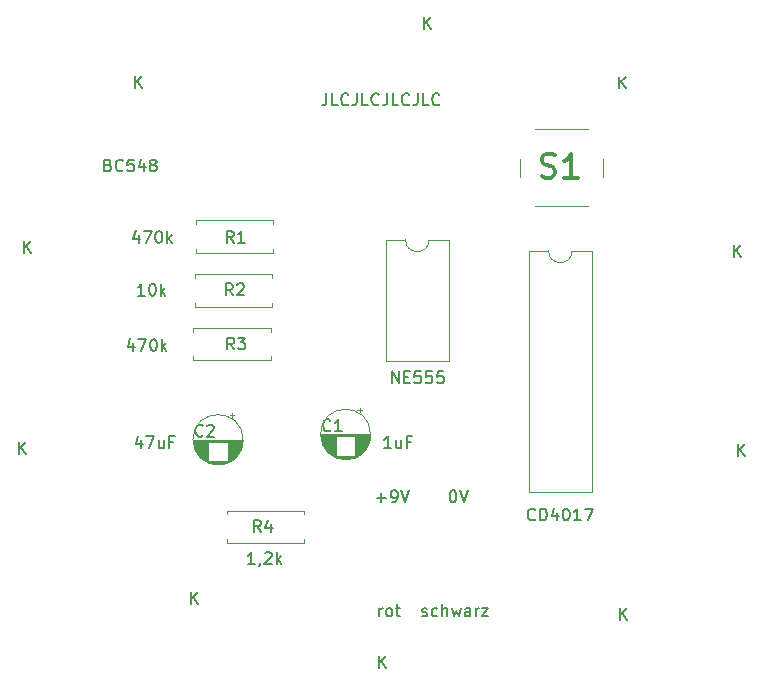
<source format=gbr>
%TF.GenerationSoftware,KiCad,Pcbnew,7.0.8*%
%TF.CreationDate,2024-08-08T21:44:56+02:00*%
%TF.ProjectId,Lucky_Wheel,4c75636b-795f-4576-9865-656c2e6b6963,rev?*%
%TF.SameCoordinates,Original*%
%TF.FileFunction,Legend,Top*%
%TF.FilePolarity,Positive*%
%FSLAX46Y46*%
G04 Gerber Fmt 4.6, Leading zero omitted, Abs format (unit mm)*
G04 Created by KiCad (PCBNEW 7.0.8) date 2024-08-08 21:44:56*
%MOMM*%
%LPD*%
G01*
G04 APERTURE LIST*
%ADD10C,0.150000*%
%ADD11C,0.300000*%
%ADD12C,0.120000*%
G04 APERTURE END LIST*
D10*
X67852493Y-52969819D02*
X67852493Y-53684104D01*
X67852493Y-53684104D02*
X67804874Y-53826961D01*
X67804874Y-53826961D02*
X67709636Y-53922200D01*
X67709636Y-53922200D02*
X67566779Y-53969819D01*
X67566779Y-53969819D02*
X67471541Y-53969819D01*
X68804874Y-53969819D02*
X68328684Y-53969819D01*
X68328684Y-53969819D02*
X68328684Y-52969819D01*
X69709636Y-53874580D02*
X69662017Y-53922200D01*
X69662017Y-53922200D02*
X69519160Y-53969819D01*
X69519160Y-53969819D02*
X69423922Y-53969819D01*
X69423922Y-53969819D02*
X69281065Y-53922200D01*
X69281065Y-53922200D02*
X69185827Y-53826961D01*
X69185827Y-53826961D02*
X69138208Y-53731723D01*
X69138208Y-53731723D02*
X69090589Y-53541247D01*
X69090589Y-53541247D02*
X69090589Y-53398390D01*
X69090589Y-53398390D02*
X69138208Y-53207914D01*
X69138208Y-53207914D02*
X69185827Y-53112676D01*
X69185827Y-53112676D02*
X69281065Y-53017438D01*
X69281065Y-53017438D02*
X69423922Y-52969819D01*
X69423922Y-52969819D02*
X69519160Y-52969819D01*
X69519160Y-52969819D02*
X69662017Y-53017438D01*
X69662017Y-53017438D02*
X69709636Y-53065057D01*
X70423922Y-52969819D02*
X70423922Y-53684104D01*
X70423922Y-53684104D02*
X70376303Y-53826961D01*
X70376303Y-53826961D02*
X70281065Y-53922200D01*
X70281065Y-53922200D02*
X70138208Y-53969819D01*
X70138208Y-53969819D02*
X70042970Y-53969819D01*
X71376303Y-53969819D02*
X70900113Y-53969819D01*
X70900113Y-53969819D02*
X70900113Y-52969819D01*
X72281065Y-53874580D02*
X72233446Y-53922200D01*
X72233446Y-53922200D02*
X72090589Y-53969819D01*
X72090589Y-53969819D02*
X71995351Y-53969819D01*
X71995351Y-53969819D02*
X71852494Y-53922200D01*
X71852494Y-53922200D02*
X71757256Y-53826961D01*
X71757256Y-53826961D02*
X71709637Y-53731723D01*
X71709637Y-53731723D02*
X71662018Y-53541247D01*
X71662018Y-53541247D02*
X71662018Y-53398390D01*
X71662018Y-53398390D02*
X71709637Y-53207914D01*
X71709637Y-53207914D02*
X71757256Y-53112676D01*
X71757256Y-53112676D02*
X71852494Y-53017438D01*
X71852494Y-53017438D02*
X71995351Y-52969819D01*
X71995351Y-52969819D02*
X72090589Y-52969819D01*
X72090589Y-52969819D02*
X72233446Y-53017438D01*
X72233446Y-53017438D02*
X72281065Y-53065057D01*
X72995351Y-52969819D02*
X72995351Y-53684104D01*
X72995351Y-53684104D02*
X72947732Y-53826961D01*
X72947732Y-53826961D02*
X72852494Y-53922200D01*
X72852494Y-53922200D02*
X72709637Y-53969819D01*
X72709637Y-53969819D02*
X72614399Y-53969819D01*
X73947732Y-53969819D02*
X73471542Y-53969819D01*
X73471542Y-53969819D02*
X73471542Y-52969819D01*
X74852494Y-53874580D02*
X74804875Y-53922200D01*
X74804875Y-53922200D02*
X74662018Y-53969819D01*
X74662018Y-53969819D02*
X74566780Y-53969819D01*
X74566780Y-53969819D02*
X74423923Y-53922200D01*
X74423923Y-53922200D02*
X74328685Y-53826961D01*
X74328685Y-53826961D02*
X74281066Y-53731723D01*
X74281066Y-53731723D02*
X74233447Y-53541247D01*
X74233447Y-53541247D02*
X74233447Y-53398390D01*
X74233447Y-53398390D02*
X74281066Y-53207914D01*
X74281066Y-53207914D02*
X74328685Y-53112676D01*
X74328685Y-53112676D02*
X74423923Y-53017438D01*
X74423923Y-53017438D02*
X74566780Y-52969819D01*
X74566780Y-52969819D02*
X74662018Y-52969819D01*
X74662018Y-52969819D02*
X74804875Y-53017438D01*
X74804875Y-53017438D02*
X74852494Y-53065057D01*
X75566780Y-52969819D02*
X75566780Y-53684104D01*
X75566780Y-53684104D02*
X75519161Y-53826961D01*
X75519161Y-53826961D02*
X75423923Y-53922200D01*
X75423923Y-53922200D02*
X75281066Y-53969819D01*
X75281066Y-53969819D02*
X75185828Y-53969819D01*
X76519161Y-53969819D02*
X76042971Y-53969819D01*
X76042971Y-53969819D02*
X76042971Y-52969819D01*
X77423923Y-53874580D02*
X77376304Y-53922200D01*
X77376304Y-53922200D02*
X77233447Y-53969819D01*
X77233447Y-53969819D02*
X77138209Y-53969819D01*
X77138209Y-53969819D02*
X76995352Y-53922200D01*
X76995352Y-53922200D02*
X76900114Y-53826961D01*
X76900114Y-53826961D02*
X76852495Y-53731723D01*
X76852495Y-53731723D02*
X76804876Y-53541247D01*
X76804876Y-53541247D02*
X76804876Y-53398390D01*
X76804876Y-53398390D02*
X76852495Y-53207914D01*
X76852495Y-53207914D02*
X76900114Y-53112676D01*
X76900114Y-53112676D02*
X76995352Y-53017438D01*
X76995352Y-53017438D02*
X77138209Y-52969819D01*
X77138209Y-52969819D02*
X77233447Y-52969819D01*
X77233447Y-52969819D02*
X77376304Y-53017438D01*
X77376304Y-53017438D02*
X77423923Y-53065057D01*
X51658095Y-52494819D02*
X51658095Y-51494819D01*
X52229523Y-52494819D02*
X51800952Y-51923390D01*
X52229523Y-51494819D02*
X51658095Y-52066247D01*
X72333095Y-101594819D02*
X72333095Y-100594819D01*
X72904523Y-101594819D02*
X72475952Y-101023390D01*
X72904523Y-100594819D02*
X72333095Y-101166247D01*
X92658095Y-52544819D02*
X92658095Y-51544819D01*
X93229523Y-52544819D02*
X92800952Y-51973390D01*
X93229523Y-51544819D02*
X92658095Y-52116247D01*
X75954285Y-97181200D02*
X76049523Y-97228819D01*
X76049523Y-97228819D02*
X76239999Y-97228819D01*
X76239999Y-97228819D02*
X76335237Y-97181200D01*
X76335237Y-97181200D02*
X76382856Y-97085961D01*
X76382856Y-97085961D02*
X76382856Y-97038342D01*
X76382856Y-97038342D02*
X76335237Y-96943104D01*
X76335237Y-96943104D02*
X76239999Y-96895485D01*
X76239999Y-96895485D02*
X76097142Y-96895485D01*
X76097142Y-96895485D02*
X76001904Y-96847866D01*
X76001904Y-96847866D02*
X75954285Y-96752628D01*
X75954285Y-96752628D02*
X75954285Y-96705009D01*
X75954285Y-96705009D02*
X76001904Y-96609771D01*
X76001904Y-96609771D02*
X76097142Y-96562152D01*
X76097142Y-96562152D02*
X76239999Y-96562152D01*
X76239999Y-96562152D02*
X76335237Y-96609771D01*
X77239999Y-97181200D02*
X77144761Y-97228819D01*
X77144761Y-97228819D02*
X76954285Y-97228819D01*
X76954285Y-97228819D02*
X76859047Y-97181200D01*
X76859047Y-97181200D02*
X76811428Y-97133580D01*
X76811428Y-97133580D02*
X76763809Y-97038342D01*
X76763809Y-97038342D02*
X76763809Y-96752628D01*
X76763809Y-96752628D02*
X76811428Y-96657390D01*
X76811428Y-96657390D02*
X76859047Y-96609771D01*
X76859047Y-96609771D02*
X76954285Y-96562152D01*
X76954285Y-96562152D02*
X77144761Y-96562152D01*
X77144761Y-96562152D02*
X77239999Y-96609771D01*
X77668571Y-97228819D02*
X77668571Y-96228819D01*
X78097142Y-97228819D02*
X78097142Y-96705009D01*
X78097142Y-96705009D02*
X78049523Y-96609771D01*
X78049523Y-96609771D02*
X77954285Y-96562152D01*
X77954285Y-96562152D02*
X77811428Y-96562152D01*
X77811428Y-96562152D02*
X77716190Y-96609771D01*
X77716190Y-96609771D02*
X77668571Y-96657390D01*
X78478095Y-96562152D02*
X78668571Y-97228819D01*
X78668571Y-97228819D02*
X78859047Y-96752628D01*
X78859047Y-96752628D02*
X79049523Y-97228819D01*
X79049523Y-97228819D02*
X79239999Y-96562152D01*
X80049523Y-97228819D02*
X80049523Y-96705009D01*
X80049523Y-96705009D02*
X80001904Y-96609771D01*
X80001904Y-96609771D02*
X79906666Y-96562152D01*
X79906666Y-96562152D02*
X79716190Y-96562152D01*
X79716190Y-96562152D02*
X79620952Y-96609771D01*
X80049523Y-97181200D02*
X79954285Y-97228819D01*
X79954285Y-97228819D02*
X79716190Y-97228819D01*
X79716190Y-97228819D02*
X79620952Y-97181200D01*
X79620952Y-97181200D02*
X79573333Y-97085961D01*
X79573333Y-97085961D02*
X79573333Y-96990723D01*
X79573333Y-96990723D02*
X79620952Y-96895485D01*
X79620952Y-96895485D02*
X79716190Y-96847866D01*
X79716190Y-96847866D02*
X79954285Y-96847866D01*
X79954285Y-96847866D02*
X80049523Y-96800247D01*
X80525714Y-97228819D02*
X80525714Y-96562152D01*
X80525714Y-96752628D02*
X80573333Y-96657390D01*
X80573333Y-96657390D02*
X80620952Y-96609771D01*
X80620952Y-96609771D02*
X80716190Y-96562152D01*
X80716190Y-96562152D02*
X80811428Y-96562152D01*
X81049524Y-96562152D02*
X81573333Y-96562152D01*
X81573333Y-96562152D02*
X81049524Y-97228819D01*
X81049524Y-97228819D02*
X81573333Y-97228819D01*
X41833095Y-83519819D02*
X41833095Y-82519819D01*
X42404523Y-83519819D02*
X41975952Y-82948390D01*
X42404523Y-82519819D02*
X41833095Y-83091247D01*
X72342476Y-97228819D02*
X72342476Y-96562152D01*
X72342476Y-96752628D02*
X72390095Y-96657390D01*
X72390095Y-96657390D02*
X72437714Y-96609771D01*
X72437714Y-96609771D02*
X72532952Y-96562152D01*
X72532952Y-96562152D02*
X72628190Y-96562152D01*
X73104381Y-97228819D02*
X73009143Y-97181200D01*
X73009143Y-97181200D02*
X72961524Y-97133580D01*
X72961524Y-97133580D02*
X72913905Y-97038342D01*
X72913905Y-97038342D02*
X72913905Y-96752628D01*
X72913905Y-96752628D02*
X72961524Y-96657390D01*
X72961524Y-96657390D02*
X73009143Y-96609771D01*
X73009143Y-96609771D02*
X73104381Y-96562152D01*
X73104381Y-96562152D02*
X73247238Y-96562152D01*
X73247238Y-96562152D02*
X73342476Y-96609771D01*
X73342476Y-96609771D02*
X73390095Y-96657390D01*
X73390095Y-96657390D02*
X73437714Y-96752628D01*
X73437714Y-96752628D02*
X73437714Y-97038342D01*
X73437714Y-97038342D02*
X73390095Y-97133580D01*
X73390095Y-97133580D02*
X73342476Y-97181200D01*
X73342476Y-97181200D02*
X73247238Y-97228819D01*
X73247238Y-97228819D02*
X73104381Y-97228819D01*
X73723429Y-96562152D02*
X74104381Y-96562152D01*
X73866286Y-96228819D02*
X73866286Y-97085961D01*
X73866286Y-97085961D02*
X73913905Y-97181200D01*
X73913905Y-97181200D02*
X74009143Y-97228819D01*
X74009143Y-97228819D02*
X74104381Y-97228819D01*
X92708095Y-97519819D02*
X92708095Y-96519819D01*
X93279523Y-97519819D02*
X92850952Y-96948390D01*
X93279523Y-96519819D02*
X92708095Y-97091247D01*
X102683095Y-83644819D02*
X102683095Y-82644819D01*
X103254523Y-83644819D02*
X102825952Y-83073390D01*
X103254523Y-82644819D02*
X102683095Y-83216247D01*
X76113095Y-47479819D02*
X76113095Y-46479819D01*
X76684523Y-47479819D02*
X76255952Y-46908390D01*
X76684523Y-46479819D02*
X76113095Y-47051247D01*
X42283095Y-66444819D02*
X42283095Y-65444819D01*
X42854523Y-66444819D02*
X42425952Y-65873390D01*
X42854523Y-65444819D02*
X42283095Y-66016247D01*
X49380112Y-59036009D02*
X49522969Y-59083628D01*
X49522969Y-59083628D02*
X49570588Y-59131247D01*
X49570588Y-59131247D02*
X49618207Y-59226485D01*
X49618207Y-59226485D02*
X49618207Y-59369342D01*
X49618207Y-59369342D02*
X49570588Y-59464580D01*
X49570588Y-59464580D02*
X49522969Y-59512200D01*
X49522969Y-59512200D02*
X49427731Y-59559819D01*
X49427731Y-59559819D02*
X49046779Y-59559819D01*
X49046779Y-59559819D02*
X49046779Y-58559819D01*
X49046779Y-58559819D02*
X49380112Y-58559819D01*
X49380112Y-58559819D02*
X49475350Y-58607438D01*
X49475350Y-58607438D02*
X49522969Y-58655057D01*
X49522969Y-58655057D02*
X49570588Y-58750295D01*
X49570588Y-58750295D02*
X49570588Y-58845533D01*
X49570588Y-58845533D02*
X49522969Y-58940771D01*
X49522969Y-58940771D02*
X49475350Y-58988390D01*
X49475350Y-58988390D02*
X49380112Y-59036009D01*
X49380112Y-59036009D02*
X49046779Y-59036009D01*
X50618207Y-59464580D02*
X50570588Y-59512200D01*
X50570588Y-59512200D02*
X50427731Y-59559819D01*
X50427731Y-59559819D02*
X50332493Y-59559819D01*
X50332493Y-59559819D02*
X50189636Y-59512200D01*
X50189636Y-59512200D02*
X50094398Y-59416961D01*
X50094398Y-59416961D02*
X50046779Y-59321723D01*
X50046779Y-59321723D02*
X49999160Y-59131247D01*
X49999160Y-59131247D02*
X49999160Y-58988390D01*
X49999160Y-58988390D02*
X50046779Y-58797914D01*
X50046779Y-58797914D02*
X50094398Y-58702676D01*
X50094398Y-58702676D02*
X50189636Y-58607438D01*
X50189636Y-58607438D02*
X50332493Y-58559819D01*
X50332493Y-58559819D02*
X50427731Y-58559819D01*
X50427731Y-58559819D02*
X50570588Y-58607438D01*
X50570588Y-58607438D02*
X50618207Y-58655057D01*
X51522969Y-58559819D02*
X51046779Y-58559819D01*
X51046779Y-58559819D02*
X50999160Y-59036009D01*
X50999160Y-59036009D02*
X51046779Y-58988390D01*
X51046779Y-58988390D02*
X51142017Y-58940771D01*
X51142017Y-58940771D02*
X51380112Y-58940771D01*
X51380112Y-58940771D02*
X51475350Y-58988390D01*
X51475350Y-58988390D02*
X51522969Y-59036009D01*
X51522969Y-59036009D02*
X51570588Y-59131247D01*
X51570588Y-59131247D02*
X51570588Y-59369342D01*
X51570588Y-59369342D02*
X51522969Y-59464580D01*
X51522969Y-59464580D02*
X51475350Y-59512200D01*
X51475350Y-59512200D02*
X51380112Y-59559819D01*
X51380112Y-59559819D02*
X51142017Y-59559819D01*
X51142017Y-59559819D02*
X51046779Y-59512200D01*
X51046779Y-59512200D02*
X50999160Y-59464580D01*
X52427731Y-58893152D02*
X52427731Y-59559819D01*
X52189636Y-58512200D02*
X51951541Y-59226485D01*
X51951541Y-59226485D02*
X52570588Y-59226485D01*
X53094398Y-58988390D02*
X52999160Y-58940771D01*
X52999160Y-58940771D02*
X52951541Y-58893152D01*
X52951541Y-58893152D02*
X52903922Y-58797914D01*
X52903922Y-58797914D02*
X52903922Y-58750295D01*
X52903922Y-58750295D02*
X52951541Y-58655057D01*
X52951541Y-58655057D02*
X52999160Y-58607438D01*
X52999160Y-58607438D02*
X53094398Y-58559819D01*
X53094398Y-58559819D02*
X53284874Y-58559819D01*
X53284874Y-58559819D02*
X53380112Y-58607438D01*
X53380112Y-58607438D02*
X53427731Y-58655057D01*
X53427731Y-58655057D02*
X53475350Y-58750295D01*
X53475350Y-58750295D02*
X53475350Y-58797914D01*
X53475350Y-58797914D02*
X53427731Y-58893152D01*
X53427731Y-58893152D02*
X53380112Y-58940771D01*
X53380112Y-58940771D02*
X53284874Y-58988390D01*
X53284874Y-58988390D02*
X53094398Y-58988390D01*
X53094398Y-58988390D02*
X52999160Y-59036009D01*
X52999160Y-59036009D02*
X52951541Y-59083628D01*
X52951541Y-59083628D02*
X52903922Y-59178866D01*
X52903922Y-59178866D02*
X52903922Y-59369342D01*
X52903922Y-59369342D02*
X52951541Y-59464580D01*
X52951541Y-59464580D02*
X52999160Y-59512200D01*
X52999160Y-59512200D02*
X53094398Y-59559819D01*
X53094398Y-59559819D02*
X53284874Y-59559819D01*
X53284874Y-59559819D02*
X53380112Y-59512200D01*
X53380112Y-59512200D02*
X53427731Y-59464580D01*
X53427731Y-59464580D02*
X53475350Y-59369342D01*
X53475350Y-59369342D02*
X53475350Y-59178866D01*
X53475350Y-59178866D02*
X53427731Y-59083628D01*
X53427731Y-59083628D02*
X53380112Y-59036009D01*
X53380112Y-59036009D02*
X53284874Y-58988390D01*
X102358095Y-66794819D02*
X102358095Y-65794819D01*
X102929523Y-66794819D02*
X102500952Y-66223390D01*
X102929523Y-65794819D02*
X102358095Y-66366247D01*
X56408095Y-96169819D02*
X56408095Y-95169819D01*
X56979523Y-96169819D02*
X56550952Y-95598390D01*
X56979523Y-95169819D02*
X56408095Y-95741247D01*
X68183333Y-81469580D02*
X68135714Y-81517200D01*
X68135714Y-81517200D02*
X67992857Y-81564819D01*
X67992857Y-81564819D02*
X67897619Y-81564819D01*
X67897619Y-81564819D02*
X67754762Y-81517200D01*
X67754762Y-81517200D02*
X67659524Y-81421961D01*
X67659524Y-81421961D02*
X67611905Y-81326723D01*
X67611905Y-81326723D02*
X67564286Y-81136247D01*
X67564286Y-81136247D02*
X67564286Y-80993390D01*
X67564286Y-80993390D02*
X67611905Y-80802914D01*
X67611905Y-80802914D02*
X67659524Y-80707676D01*
X67659524Y-80707676D02*
X67754762Y-80612438D01*
X67754762Y-80612438D02*
X67897619Y-80564819D01*
X67897619Y-80564819D02*
X67992857Y-80564819D01*
X67992857Y-80564819D02*
X68135714Y-80612438D01*
X68135714Y-80612438D02*
X68183333Y-80660057D01*
X69135714Y-81564819D02*
X68564286Y-81564819D01*
X68850000Y-81564819D02*
X68850000Y-80564819D01*
X68850000Y-80564819D02*
X68754762Y-80707676D01*
X68754762Y-80707676D02*
X68659524Y-80802914D01*
X68659524Y-80802914D02*
X68564286Y-80850533D01*
X73318761Y-83004819D02*
X72747333Y-83004819D01*
X73033047Y-83004819D02*
X73033047Y-82004819D01*
X73033047Y-82004819D02*
X72937809Y-82147676D01*
X72937809Y-82147676D02*
X72842571Y-82242914D01*
X72842571Y-82242914D02*
X72747333Y-82290533D01*
X74175904Y-82338152D02*
X74175904Y-83004819D01*
X73747333Y-82338152D02*
X73747333Y-82861961D01*
X73747333Y-82861961D02*
X73794952Y-82957200D01*
X73794952Y-82957200D02*
X73890190Y-83004819D01*
X73890190Y-83004819D02*
X74033047Y-83004819D01*
X74033047Y-83004819D02*
X74128285Y-82957200D01*
X74128285Y-82957200D02*
X74175904Y-82909580D01*
X74985428Y-82481009D02*
X74652095Y-82481009D01*
X74652095Y-83004819D02*
X74652095Y-82004819D01*
X74652095Y-82004819D02*
X75128285Y-82004819D01*
X59923333Y-70054819D02*
X59590000Y-69578628D01*
X59351905Y-70054819D02*
X59351905Y-69054819D01*
X59351905Y-69054819D02*
X59732857Y-69054819D01*
X59732857Y-69054819D02*
X59828095Y-69102438D01*
X59828095Y-69102438D02*
X59875714Y-69150057D01*
X59875714Y-69150057D02*
X59923333Y-69245295D01*
X59923333Y-69245295D02*
X59923333Y-69388152D01*
X59923333Y-69388152D02*
X59875714Y-69483390D01*
X59875714Y-69483390D02*
X59828095Y-69531009D01*
X59828095Y-69531009D02*
X59732857Y-69578628D01*
X59732857Y-69578628D02*
X59351905Y-69578628D01*
X60304286Y-69150057D02*
X60351905Y-69102438D01*
X60351905Y-69102438D02*
X60447143Y-69054819D01*
X60447143Y-69054819D02*
X60685238Y-69054819D01*
X60685238Y-69054819D02*
X60780476Y-69102438D01*
X60780476Y-69102438D02*
X60828095Y-69150057D01*
X60828095Y-69150057D02*
X60875714Y-69245295D01*
X60875714Y-69245295D02*
X60875714Y-69340533D01*
X60875714Y-69340533D02*
X60828095Y-69483390D01*
X60828095Y-69483390D02*
X60256667Y-70054819D01*
X60256667Y-70054819D02*
X60875714Y-70054819D01*
X52464761Y-70084819D02*
X51893333Y-70084819D01*
X52179047Y-70084819D02*
X52179047Y-69084819D01*
X52179047Y-69084819D02*
X52083809Y-69227676D01*
X52083809Y-69227676D02*
X51988571Y-69322914D01*
X51988571Y-69322914D02*
X51893333Y-69370533D01*
X53083809Y-69084819D02*
X53179047Y-69084819D01*
X53179047Y-69084819D02*
X53274285Y-69132438D01*
X53274285Y-69132438D02*
X53321904Y-69180057D01*
X53321904Y-69180057D02*
X53369523Y-69275295D01*
X53369523Y-69275295D02*
X53417142Y-69465771D01*
X53417142Y-69465771D02*
X53417142Y-69703866D01*
X53417142Y-69703866D02*
X53369523Y-69894342D01*
X53369523Y-69894342D02*
X53321904Y-69989580D01*
X53321904Y-69989580D02*
X53274285Y-70037200D01*
X53274285Y-70037200D02*
X53179047Y-70084819D01*
X53179047Y-70084819D02*
X53083809Y-70084819D01*
X53083809Y-70084819D02*
X52988571Y-70037200D01*
X52988571Y-70037200D02*
X52940952Y-69989580D01*
X52940952Y-69989580D02*
X52893333Y-69894342D01*
X52893333Y-69894342D02*
X52845714Y-69703866D01*
X52845714Y-69703866D02*
X52845714Y-69465771D01*
X52845714Y-69465771D02*
X52893333Y-69275295D01*
X52893333Y-69275295D02*
X52940952Y-69180057D01*
X52940952Y-69180057D02*
X52988571Y-69132438D01*
X52988571Y-69132438D02*
X53083809Y-69084819D01*
X53845714Y-70084819D02*
X53845714Y-69084819D01*
X53940952Y-69703866D02*
X54226666Y-70084819D01*
X54226666Y-69418152D02*
X53845714Y-69799104D01*
X60043333Y-74634819D02*
X59710000Y-74158628D01*
X59471905Y-74634819D02*
X59471905Y-73634819D01*
X59471905Y-73634819D02*
X59852857Y-73634819D01*
X59852857Y-73634819D02*
X59948095Y-73682438D01*
X59948095Y-73682438D02*
X59995714Y-73730057D01*
X59995714Y-73730057D02*
X60043333Y-73825295D01*
X60043333Y-73825295D02*
X60043333Y-73968152D01*
X60043333Y-73968152D02*
X59995714Y-74063390D01*
X59995714Y-74063390D02*
X59948095Y-74111009D01*
X59948095Y-74111009D02*
X59852857Y-74158628D01*
X59852857Y-74158628D02*
X59471905Y-74158628D01*
X60376667Y-73634819D02*
X60995714Y-73634819D01*
X60995714Y-73634819D02*
X60662381Y-74015771D01*
X60662381Y-74015771D02*
X60805238Y-74015771D01*
X60805238Y-74015771D02*
X60900476Y-74063390D01*
X60900476Y-74063390D02*
X60948095Y-74111009D01*
X60948095Y-74111009D02*
X60995714Y-74206247D01*
X60995714Y-74206247D02*
X60995714Y-74444342D01*
X60995714Y-74444342D02*
X60948095Y-74539580D01*
X60948095Y-74539580D02*
X60900476Y-74587200D01*
X60900476Y-74587200D02*
X60805238Y-74634819D01*
X60805238Y-74634819D02*
X60519524Y-74634819D01*
X60519524Y-74634819D02*
X60424286Y-74587200D01*
X60424286Y-74587200D02*
X60376667Y-74539580D01*
X51493333Y-74088152D02*
X51493333Y-74754819D01*
X51255238Y-73707200D02*
X51017143Y-74421485D01*
X51017143Y-74421485D02*
X51636190Y-74421485D01*
X51921905Y-73754819D02*
X52588571Y-73754819D01*
X52588571Y-73754819D02*
X52160000Y-74754819D01*
X53160000Y-73754819D02*
X53255238Y-73754819D01*
X53255238Y-73754819D02*
X53350476Y-73802438D01*
X53350476Y-73802438D02*
X53398095Y-73850057D01*
X53398095Y-73850057D02*
X53445714Y-73945295D01*
X53445714Y-73945295D02*
X53493333Y-74135771D01*
X53493333Y-74135771D02*
X53493333Y-74373866D01*
X53493333Y-74373866D02*
X53445714Y-74564342D01*
X53445714Y-74564342D02*
X53398095Y-74659580D01*
X53398095Y-74659580D02*
X53350476Y-74707200D01*
X53350476Y-74707200D02*
X53255238Y-74754819D01*
X53255238Y-74754819D02*
X53160000Y-74754819D01*
X53160000Y-74754819D02*
X53064762Y-74707200D01*
X53064762Y-74707200D02*
X53017143Y-74659580D01*
X53017143Y-74659580D02*
X52969524Y-74564342D01*
X52969524Y-74564342D02*
X52921905Y-74373866D01*
X52921905Y-74373866D02*
X52921905Y-74135771D01*
X52921905Y-74135771D02*
X52969524Y-73945295D01*
X52969524Y-73945295D02*
X53017143Y-73850057D01*
X53017143Y-73850057D02*
X53064762Y-73802438D01*
X53064762Y-73802438D02*
X53160000Y-73754819D01*
X53921905Y-74754819D02*
X53921905Y-73754819D01*
X54017143Y-74373866D02*
X54302857Y-74754819D01*
X54302857Y-74088152D02*
X53921905Y-74469104D01*
X62293333Y-90094819D02*
X61960000Y-89618628D01*
X61721905Y-90094819D02*
X61721905Y-89094819D01*
X61721905Y-89094819D02*
X62102857Y-89094819D01*
X62102857Y-89094819D02*
X62198095Y-89142438D01*
X62198095Y-89142438D02*
X62245714Y-89190057D01*
X62245714Y-89190057D02*
X62293333Y-89285295D01*
X62293333Y-89285295D02*
X62293333Y-89428152D01*
X62293333Y-89428152D02*
X62245714Y-89523390D01*
X62245714Y-89523390D02*
X62198095Y-89571009D01*
X62198095Y-89571009D02*
X62102857Y-89618628D01*
X62102857Y-89618628D02*
X61721905Y-89618628D01*
X63150476Y-89428152D02*
X63150476Y-90094819D01*
X62912381Y-89047200D02*
X62674286Y-89761485D01*
X62674286Y-89761485D02*
X63293333Y-89761485D01*
X61786666Y-92804819D02*
X61215238Y-92804819D01*
X61500952Y-92804819D02*
X61500952Y-91804819D01*
X61500952Y-91804819D02*
X61405714Y-91947676D01*
X61405714Y-91947676D02*
X61310476Y-92042914D01*
X61310476Y-92042914D02*
X61215238Y-92090533D01*
X62262857Y-92757200D02*
X62262857Y-92804819D01*
X62262857Y-92804819D02*
X62215238Y-92900057D01*
X62215238Y-92900057D02*
X62167619Y-92947676D01*
X62643809Y-91900057D02*
X62691428Y-91852438D01*
X62691428Y-91852438D02*
X62786666Y-91804819D01*
X62786666Y-91804819D02*
X63024761Y-91804819D01*
X63024761Y-91804819D02*
X63119999Y-91852438D01*
X63119999Y-91852438D02*
X63167618Y-91900057D01*
X63167618Y-91900057D02*
X63215237Y-91995295D01*
X63215237Y-91995295D02*
X63215237Y-92090533D01*
X63215237Y-92090533D02*
X63167618Y-92233390D01*
X63167618Y-92233390D02*
X62596190Y-92804819D01*
X62596190Y-92804819D02*
X63215237Y-92804819D01*
X63643809Y-92804819D02*
X63643809Y-91804819D01*
X63739047Y-92423866D02*
X64024761Y-92804819D01*
X64024761Y-92138152D02*
X63643809Y-92519104D01*
X72120286Y-87195866D02*
X72882191Y-87195866D01*
X72501238Y-87576819D02*
X72501238Y-86814914D01*
X73406000Y-87576819D02*
X73596476Y-87576819D01*
X73596476Y-87576819D02*
X73691714Y-87529200D01*
X73691714Y-87529200D02*
X73739333Y-87481580D01*
X73739333Y-87481580D02*
X73834571Y-87338723D01*
X73834571Y-87338723D02*
X73882190Y-87148247D01*
X73882190Y-87148247D02*
X73882190Y-86767295D01*
X73882190Y-86767295D02*
X73834571Y-86672057D01*
X73834571Y-86672057D02*
X73786952Y-86624438D01*
X73786952Y-86624438D02*
X73691714Y-86576819D01*
X73691714Y-86576819D02*
X73501238Y-86576819D01*
X73501238Y-86576819D02*
X73406000Y-86624438D01*
X73406000Y-86624438D02*
X73358381Y-86672057D01*
X73358381Y-86672057D02*
X73310762Y-86767295D01*
X73310762Y-86767295D02*
X73310762Y-87005390D01*
X73310762Y-87005390D02*
X73358381Y-87100628D01*
X73358381Y-87100628D02*
X73406000Y-87148247D01*
X73406000Y-87148247D02*
X73501238Y-87195866D01*
X73501238Y-87195866D02*
X73691714Y-87195866D01*
X73691714Y-87195866D02*
X73786952Y-87148247D01*
X73786952Y-87148247D02*
X73834571Y-87100628D01*
X73834571Y-87100628D02*
X73882190Y-87005390D01*
X74167905Y-86576819D02*
X74501238Y-87576819D01*
X74501238Y-87576819D02*
X74834571Y-86576819D01*
X73403333Y-77494819D02*
X73403333Y-76494819D01*
X73403333Y-76494819D02*
X73974761Y-77494819D01*
X73974761Y-77494819D02*
X73974761Y-76494819D01*
X74450952Y-76971009D02*
X74784285Y-76971009D01*
X74927142Y-77494819D02*
X74450952Y-77494819D01*
X74450952Y-77494819D02*
X74450952Y-76494819D01*
X74450952Y-76494819D02*
X74927142Y-76494819D01*
X75831904Y-76494819D02*
X75355714Y-76494819D01*
X75355714Y-76494819D02*
X75308095Y-76971009D01*
X75308095Y-76971009D02*
X75355714Y-76923390D01*
X75355714Y-76923390D02*
X75450952Y-76875771D01*
X75450952Y-76875771D02*
X75689047Y-76875771D01*
X75689047Y-76875771D02*
X75784285Y-76923390D01*
X75784285Y-76923390D02*
X75831904Y-76971009D01*
X75831904Y-76971009D02*
X75879523Y-77066247D01*
X75879523Y-77066247D02*
X75879523Y-77304342D01*
X75879523Y-77304342D02*
X75831904Y-77399580D01*
X75831904Y-77399580D02*
X75784285Y-77447200D01*
X75784285Y-77447200D02*
X75689047Y-77494819D01*
X75689047Y-77494819D02*
X75450952Y-77494819D01*
X75450952Y-77494819D02*
X75355714Y-77447200D01*
X75355714Y-77447200D02*
X75308095Y-77399580D01*
X76784285Y-76494819D02*
X76308095Y-76494819D01*
X76308095Y-76494819D02*
X76260476Y-76971009D01*
X76260476Y-76971009D02*
X76308095Y-76923390D01*
X76308095Y-76923390D02*
X76403333Y-76875771D01*
X76403333Y-76875771D02*
X76641428Y-76875771D01*
X76641428Y-76875771D02*
X76736666Y-76923390D01*
X76736666Y-76923390D02*
X76784285Y-76971009D01*
X76784285Y-76971009D02*
X76831904Y-77066247D01*
X76831904Y-77066247D02*
X76831904Y-77304342D01*
X76831904Y-77304342D02*
X76784285Y-77399580D01*
X76784285Y-77399580D02*
X76736666Y-77447200D01*
X76736666Y-77447200D02*
X76641428Y-77494819D01*
X76641428Y-77494819D02*
X76403333Y-77494819D01*
X76403333Y-77494819D02*
X76308095Y-77447200D01*
X76308095Y-77447200D02*
X76260476Y-77399580D01*
X77736666Y-76494819D02*
X77260476Y-76494819D01*
X77260476Y-76494819D02*
X77212857Y-76971009D01*
X77212857Y-76971009D02*
X77260476Y-76923390D01*
X77260476Y-76923390D02*
X77355714Y-76875771D01*
X77355714Y-76875771D02*
X77593809Y-76875771D01*
X77593809Y-76875771D02*
X77689047Y-76923390D01*
X77689047Y-76923390D02*
X77736666Y-76971009D01*
X77736666Y-76971009D02*
X77784285Y-77066247D01*
X77784285Y-77066247D02*
X77784285Y-77304342D01*
X77784285Y-77304342D02*
X77736666Y-77399580D01*
X77736666Y-77399580D02*
X77689047Y-77447200D01*
X77689047Y-77447200D02*
X77593809Y-77494819D01*
X77593809Y-77494819D02*
X77355714Y-77494819D01*
X77355714Y-77494819D02*
X77260476Y-77447200D01*
X77260476Y-77447200D02*
X77212857Y-77399580D01*
X85534761Y-89019580D02*
X85487142Y-89067200D01*
X85487142Y-89067200D02*
X85344285Y-89114819D01*
X85344285Y-89114819D02*
X85249047Y-89114819D01*
X85249047Y-89114819D02*
X85106190Y-89067200D01*
X85106190Y-89067200D02*
X85010952Y-88971961D01*
X85010952Y-88971961D02*
X84963333Y-88876723D01*
X84963333Y-88876723D02*
X84915714Y-88686247D01*
X84915714Y-88686247D02*
X84915714Y-88543390D01*
X84915714Y-88543390D02*
X84963333Y-88352914D01*
X84963333Y-88352914D02*
X85010952Y-88257676D01*
X85010952Y-88257676D02*
X85106190Y-88162438D01*
X85106190Y-88162438D02*
X85249047Y-88114819D01*
X85249047Y-88114819D02*
X85344285Y-88114819D01*
X85344285Y-88114819D02*
X85487142Y-88162438D01*
X85487142Y-88162438D02*
X85534761Y-88210057D01*
X85963333Y-89114819D02*
X85963333Y-88114819D01*
X85963333Y-88114819D02*
X86201428Y-88114819D01*
X86201428Y-88114819D02*
X86344285Y-88162438D01*
X86344285Y-88162438D02*
X86439523Y-88257676D01*
X86439523Y-88257676D02*
X86487142Y-88352914D01*
X86487142Y-88352914D02*
X86534761Y-88543390D01*
X86534761Y-88543390D02*
X86534761Y-88686247D01*
X86534761Y-88686247D02*
X86487142Y-88876723D01*
X86487142Y-88876723D02*
X86439523Y-88971961D01*
X86439523Y-88971961D02*
X86344285Y-89067200D01*
X86344285Y-89067200D02*
X86201428Y-89114819D01*
X86201428Y-89114819D02*
X85963333Y-89114819D01*
X87391904Y-88448152D02*
X87391904Y-89114819D01*
X87153809Y-88067200D02*
X86915714Y-88781485D01*
X86915714Y-88781485D02*
X87534761Y-88781485D01*
X88106190Y-88114819D02*
X88201428Y-88114819D01*
X88201428Y-88114819D02*
X88296666Y-88162438D01*
X88296666Y-88162438D02*
X88344285Y-88210057D01*
X88344285Y-88210057D02*
X88391904Y-88305295D01*
X88391904Y-88305295D02*
X88439523Y-88495771D01*
X88439523Y-88495771D02*
X88439523Y-88733866D01*
X88439523Y-88733866D02*
X88391904Y-88924342D01*
X88391904Y-88924342D02*
X88344285Y-89019580D01*
X88344285Y-89019580D02*
X88296666Y-89067200D01*
X88296666Y-89067200D02*
X88201428Y-89114819D01*
X88201428Y-89114819D02*
X88106190Y-89114819D01*
X88106190Y-89114819D02*
X88010952Y-89067200D01*
X88010952Y-89067200D02*
X87963333Y-89019580D01*
X87963333Y-89019580D02*
X87915714Y-88924342D01*
X87915714Y-88924342D02*
X87868095Y-88733866D01*
X87868095Y-88733866D02*
X87868095Y-88495771D01*
X87868095Y-88495771D02*
X87915714Y-88305295D01*
X87915714Y-88305295D02*
X87963333Y-88210057D01*
X87963333Y-88210057D02*
X88010952Y-88162438D01*
X88010952Y-88162438D02*
X88106190Y-88114819D01*
X89391904Y-89114819D02*
X88820476Y-89114819D01*
X89106190Y-89114819D02*
X89106190Y-88114819D01*
X89106190Y-88114819D02*
X89010952Y-88257676D01*
X89010952Y-88257676D02*
X88915714Y-88352914D01*
X88915714Y-88352914D02*
X88820476Y-88400533D01*
X89725238Y-88114819D02*
X90391904Y-88114819D01*
X90391904Y-88114819D02*
X89963333Y-89114819D01*
X78523809Y-86576819D02*
X78619047Y-86576819D01*
X78619047Y-86576819D02*
X78714285Y-86624438D01*
X78714285Y-86624438D02*
X78761904Y-86672057D01*
X78761904Y-86672057D02*
X78809523Y-86767295D01*
X78809523Y-86767295D02*
X78857142Y-86957771D01*
X78857142Y-86957771D02*
X78857142Y-87195866D01*
X78857142Y-87195866D02*
X78809523Y-87386342D01*
X78809523Y-87386342D02*
X78761904Y-87481580D01*
X78761904Y-87481580D02*
X78714285Y-87529200D01*
X78714285Y-87529200D02*
X78619047Y-87576819D01*
X78619047Y-87576819D02*
X78523809Y-87576819D01*
X78523809Y-87576819D02*
X78428571Y-87529200D01*
X78428571Y-87529200D02*
X78380952Y-87481580D01*
X78380952Y-87481580D02*
X78333333Y-87386342D01*
X78333333Y-87386342D02*
X78285714Y-87195866D01*
X78285714Y-87195866D02*
X78285714Y-86957771D01*
X78285714Y-86957771D02*
X78333333Y-86767295D01*
X78333333Y-86767295D02*
X78380952Y-86672057D01*
X78380952Y-86672057D02*
X78428571Y-86624438D01*
X78428571Y-86624438D02*
X78523809Y-86576819D01*
X79142857Y-86576819D02*
X79476190Y-87576819D01*
X79476190Y-87576819D02*
X79809523Y-86576819D01*
D11*
X86106190Y-59996400D02*
X86391904Y-60091638D01*
X86391904Y-60091638D02*
X86868095Y-60091638D01*
X86868095Y-60091638D02*
X87058571Y-59996400D01*
X87058571Y-59996400D02*
X87153809Y-59901161D01*
X87153809Y-59901161D02*
X87249047Y-59710685D01*
X87249047Y-59710685D02*
X87249047Y-59520209D01*
X87249047Y-59520209D02*
X87153809Y-59329733D01*
X87153809Y-59329733D02*
X87058571Y-59234495D01*
X87058571Y-59234495D02*
X86868095Y-59139257D01*
X86868095Y-59139257D02*
X86487142Y-59044019D01*
X86487142Y-59044019D02*
X86296666Y-58948780D01*
X86296666Y-58948780D02*
X86201428Y-58853542D01*
X86201428Y-58853542D02*
X86106190Y-58663066D01*
X86106190Y-58663066D02*
X86106190Y-58472590D01*
X86106190Y-58472590D02*
X86201428Y-58282114D01*
X86201428Y-58282114D02*
X86296666Y-58186876D01*
X86296666Y-58186876D02*
X86487142Y-58091638D01*
X86487142Y-58091638D02*
X86963333Y-58091638D01*
X86963333Y-58091638D02*
X87249047Y-58186876D01*
X89153809Y-60091638D02*
X88010952Y-60091638D01*
X88582380Y-60091638D02*
X88582380Y-58091638D01*
X88582380Y-58091638D02*
X88391904Y-58377352D01*
X88391904Y-58377352D02*
X88201428Y-58567828D01*
X88201428Y-58567828D02*
X88010952Y-58663066D01*
D10*
X57387333Y-81919580D02*
X57339714Y-81967200D01*
X57339714Y-81967200D02*
X57196857Y-82014819D01*
X57196857Y-82014819D02*
X57101619Y-82014819D01*
X57101619Y-82014819D02*
X56958762Y-81967200D01*
X56958762Y-81967200D02*
X56863524Y-81871961D01*
X56863524Y-81871961D02*
X56815905Y-81776723D01*
X56815905Y-81776723D02*
X56768286Y-81586247D01*
X56768286Y-81586247D02*
X56768286Y-81443390D01*
X56768286Y-81443390D02*
X56815905Y-81252914D01*
X56815905Y-81252914D02*
X56863524Y-81157676D01*
X56863524Y-81157676D02*
X56958762Y-81062438D01*
X56958762Y-81062438D02*
X57101619Y-81014819D01*
X57101619Y-81014819D02*
X57196857Y-81014819D01*
X57196857Y-81014819D02*
X57339714Y-81062438D01*
X57339714Y-81062438D02*
X57387333Y-81110057D01*
X57768286Y-81110057D02*
X57815905Y-81062438D01*
X57815905Y-81062438D02*
X57911143Y-81014819D01*
X57911143Y-81014819D02*
X58149238Y-81014819D01*
X58149238Y-81014819D02*
X58244476Y-81062438D01*
X58244476Y-81062438D02*
X58292095Y-81110057D01*
X58292095Y-81110057D02*
X58339714Y-81205295D01*
X58339714Y-81205295D02*
X58339714Y-81300533D01*
X58339714Y-81300533D02*
X58292095Y-81443390D01*
X58292095Y-81443390D02*
X57720667Y-82014819D01*
X57720667Y-82014819D02*
X58339714Y-82014819D01*
X52173333Y-82338152D02*
X52173333Y-83004819D01*
X51935238Y-81957200D02*
X51697143Y-82671485D01*
X51697143Y-82671485D02*
X52316190Y-82671485D01*
X52601905Y-82004819D02*
X53268571Y-82004819D01*
X53268571Y-82004819D02*
X52840000Y-83004819D01*
X54078095Y-82338152D02*
X54078095Y-83004819D01*
X53649524Y-82338152D02*
X53649524Y-82861961D01*
X53649524Y-82861961D02*
X53697143Y-82957200D01*
X53697143Y-82957200D02*
X53792381Y-83004819D01*
X53792381Y-83004819D02*
X53935238Y-83004819D01*
X53935238Y-83004819D02*
X54030476Y-82957200D01*
X54030476Y-82957200D02*
X54078095Y-82909580D01*
X54887619Y-82481009D02*
X54554286Y-82481009D01*
X54554286Y-83004819D02*
X54554286Y-82004819D01*
X54554286Y-82004819D02*
X55030476Y-82004819D01*
X59993333Y-65614819D02*
X59660000Y-65138628D01*
X59421905Y-65614819D02*
X59421905Y-64614819D01*
X59421905Y-64614819D02*
X59802857Y-64614819D01*
X59802857Y-64614819D02*
X59898095Y-64662438D01*
X59898095Y-64662438D02*
X59945714Y-64710057D01*
X59945714Y-64710057D02*
X59993333Y-64805295D01*
X59993333Y-64805295D02*
X59993333Y-64948152D01*
X59993333Y-64948152D02*
X59945714Y-65043390D01*
X59945714Y-65043390D02*
X59898095Y-65091009D01*
X59898095Y-65091009D02*
X59802857Y-65138628D01*
X59802857Y-65138628D02*
X59421905Y-65138628D01*
X60945714Y-65614819D02*
X60374286Y-65614819D01*
X60660000Y-65614819D02*
X60660000Y-64614819D01*
X60660000Y-64614819D02*
X60564762Y-64757676D01*
X60564762Y-64757676D02*
X60469524Y-64852914D01*
X60469524Y-64852914D02*
X60374286Y-64900533D01*
X51953333Y-64948152D02*
X51953333Y-65614819D01*
X51715238Y-64567200D02*
X51477143Y-65281485D01*
X51477143Y-65281485D02*
X52096190Y-65281485D01*
X52381905Y-64614819D02*
X53048571Y-64614819D01*
X53048571Y-64614819D02*
X52620000Y-65614819D01*
X53620000Y-64614819D02*
X53715238Y-64614819D01*
X53715238Y-64614819D02*
X53810476Y-64662438D01*
X53810476Y-64662438D02*
X53858095Y-64710057D01*
X53858095Y-64710057D02*
X53905714Y-64805295D01*
X53905714Y-64805295D02*
X53953333Y-64995771D01*
X53953333Y-64995771D02*
X53953333Y-65233866D01*
X53953333Y-65233866D02*
X53905714Y-65424342D01*
X53905714Y-65424342D02*
X53858095Y-65519580D01*
X53858095Y-65519580D02*
X53810476Y-65567200D01*
X53810476Y-65567200D02*
X53715238Y-65614819D01*
X53715238Y-65614819D02*
X53620000Y-65614819D01*
X53620000Y-65614819D02*
X53524762Y-65567200D01*
X53524762Y-65567200D02*
X53477143Y-65519580D01*
X53477143Y-65519580D02*
X53429524Y-65424342D01*
X53429524Y-65424342D02*
X53381905Y-65233866D01*
X53381905Y-65233866D02*
X53381905Y-64995771D01*
X53381905Y-64995771D02*
X53429524Y-64805295D01*
X53429524Y-64805295D02*
X53477143Y-64710057D01*
X53477143Y-64710057D02*
X53524762Y-64662438D01*
X53524762Y-64662438D02*
X53620000Y-64614819D01*
X54381905Y-65614819D02*
X54381905Y-64614819D01*
X54477143Y-65233866D02*
X54762857Y-65614819D01*
X54762857Y-64948152D02*
X54381905Y-65329104D01*
D12*
%TO.C,C1*%
X70665000Y-79560199D02*
X70665000Y-79960199D01*
X70865000Y-79760199D02*
X70465000Y-79760199D01*
X71550000Y-81830000D02*
X67390000Y-81830000D01*
X71550000Y-81870000D02*
X67390000Y-81870000D01*
X71549000Y-81910000D02*
X67391000Y-81910000D01*
X71547000Y-81950000D02*
X67393000Y-81950000D01*
X71544000Y-81990000D02*
X67396000Y-81990000D01*
X71541000Y-82030000D02*
X70310000Y-82030000D01*
X68630000Y-82030000D02*
X67399000Y-82030000D01*
X71537000Y-82070000D02*
X70310000Y-82070000D01*
X68630000Y-82070000D02*
X67403000Y-82070000D01*
X71532000Y-82110000D02*
X70310000Y-82110000D01*
X68630000Y-82110000D02*
X67408000Y-82110000D01*
X71526000Y-82150000D02*
X70310000Y-82150000D01*
X68630000Y-82150000D02*
X67414000Y-82150000D01*
X71520000Y-82190000D02*
X70310000Y-82190000D01*
X68630000Y-82190000D02*
X67420000Y-82190000D01*
X71512000Y-82230000D02*
X70310000Y-82230000D01*
X68630000Y-82230000D02*
X67428000Y-82230000D01*
X71504000Y-82270000D02*
X70310000Y-82270000D01*
X68630000Y-82270000D02*
X67436000Y-82270000D01*
X71495000Y-82310000D02*
X70310000Y-82310000D01*
X68630000Y-82310000D02*
X67445000Y-82310000D01*
X71486000Y-82350000D02*
X70310000Y-82350000D01*
X68630000Y-82350000D02*
X67454000Y-82350000D01*
X71475000Y-82390000D02*
X70310000Y-82390000D01*
X68630000Y-82390000D02*
X67465000Y-82390000D01*
X71464000Y-82430000D02*
X70310000Y-82430000D01*
X68630000Y-82430000D02*
X67476000Y-82430000D01*
X71452000Y-82470000D02*
X70310000Y-82470000D01*
X68630000Y-82470000D02*
X67488000Y-82470000D01*
X71438000Y-82510000D02*
X70310000Y-82510000D01*
X68630000Y-82510000D02*
X67502000Y-82510000D01*
X71424000Y-82551000D02*
X70310000Y-82551000D01*
X68630000Y-82551000D02*
X67516000Y-82551000D01*
X71410000Y-82591000D02*
X70310000Y-82591000D01*
X68630000Y-82591000D02*
X67530000Y-82591000D01*
X71394000Y-82631000D02*
X70310000Y-82631000D01*
X68630000Y-82631000D02*
X67546000Y-82631000D01*
X71377000Y-82671000D02*
X70310000Y-82671000D01*
X68630000Y-82671000D02*
X67563000Y-82671000D01*
X71359000Y-82711000D02*
X70310000Y-82711000D01*
X68630000Y-82711000D02*
X67581000Y-82711000D01*
X71340000Y-82751000D02*
X70310000Y-82751000D01*
X68630000Y-82751000D02*
X67600000Y-82751000D01*
X71321000Y-82791000D02*
X70310000Y-82791000D01*
X68630000Y-82791000D02*
X67619000Y-82791000D01*
X71300000Y-82831000D02*
X70310000Y-82831000D01*
X68630000Y-82831000D02*
X67640000Y-82831000D01*
X71278000Y-82871000D02*
X70310000Y-82871000D01*
X68630000Y-82871000D02*
X67662000Y-82871000D01*
X71255000Y-82911000D02*
X70310000Y-82911000D01*
X68630000Y-82911000D02*
X67685000Y-82911000D01*
X71230000Y-82951000D02*
X70310000Y-82951000D01*
X68630000Y-82951000D02*
X67710000Y-82951000D01*
X71205000Y-82991000D02*
X70310000Y-82991000D01*
X68630000Y-82991000D02*
X67735000Y-82991000D01*
X71178000Y-83031000D02*
X70310000Y-83031000D01*
X68630000Y-83031000D02*
X67762000Y-83031000D01*
X71150000Y-83071000D02*
X70310000Y-83071000D01*
X68630000Y-83071000D02*
X67790000Y-83071000D01*
X71120000Y-83111000D02*
X70310000Y-83111000D01*
X68630000Y-83111000D02*
X67820000Y-83111000D01*
X71089000Y-83151000D02*
X70310000Y-83151000D01*
X68630000Y-83151000D02*
X67851000Y-83151000D01*
X71057000Y-83191000D02*
X70310000Y-83191000D01*
X68630000Y-83191000D02*
X67883000Y-83191000D01*
X71022000Y-83231000D02*
X70310000Y-83231000D01*
X68630000Y-83231000D02*
X67918000Y-83231000D01*
X70986000Y-83271000D02*
X70310000Y-83271000D01*
X68630000Y-83271000D02*
X67954000Y-83271000D01*
X70948000Y-83311000D02*
X70310000Y-83311000D01*
X68630000Y-83311000D02*
X67992000Y-83311000D01*
X70908000Y-83351000D02*
X70310000Y-83351000D01*
X68630000Y-83351000D02*
X68032000Y-83351000D01*
X70866000Y-83391000D02*
X70310000Y-83391000D01*
X68630000Y-83391000D02*
X68074000Y-83391000D01*
X70821000Y-83431000D02*
X70310000Y-83431000D01*
X68630000Y-83431000D02*
X68119000Y-83431000D01*
X70774000Y-83471000D02*
X70310000Y-83471000D01*
X68630000Y-83471000D02*
X68166000Y-83471000D01*
X70724000Y-83511000D02*
X70310000Y-83511000D01*
X68630000Y-83511000D02*
X68216000Y-83511000D01*
X70670000Y-83551000D02*
X70310000Y-83551000D01*
X68630000Y-83551000D02*
X68270000Y-83551000D01*
X70612000Y-83591000D02*
X70310000Y-83591000D01*
X68630000Y-83591000D02*
X68328000Y-83591000D01*
X70550000Y-83631000D02*
X70310000Y-83631000D01*
X68630000Y-83631000D02*
X68390000Y-83631000D01*
X70483000Y-83671000D02*
X68457000Y-83671000D01*
X70410000Y-83711000D02*
X68530000Y-83711000D01*
X70329000Y-83751000D02*
X68611000Y-83751000D01*
X70238000Y-83791000D02*
X68702000Y-83791000D01*
X70134000Y-83831000D02*
X68806000Y-83831000D01*
X70007000Y-83871000D02*
X68933000Y-83871000D01*
X69840000Y-83911000D02*
X69100000Y-83911000D01*
X71590000Y-81830000D02*
G75*
G03*
X71590000Y-81830000I-2120000J0D01*
G01*
%TO.C,R2*%
X56700000Y-68270000D02*
X63240000Y-68270000D01*
X56700000Y-68600000D02*
X56700000Y-68270000D01*
X56700000Y-70680000D02*
X56700000Y-71010000D01*
X56700000Y-71010000D02*
X63240000Y-71010000D01*
X63240000Y-68270000D02*
X63240000Y-68600000D01*
X63240000Y-71010000D02*
X63240000Y-70680000D01*
%TO.C,R3*%
X56590000Y-72820000D02*
X63130000Y-72820000D01*
X56590000Y-73150000D02*
X56590000Y-72820000D01*
X56590000Y-75230000D02*
X56590000Y-75560000D01*
X56590000Y-75560000D02*
X63130000Y-75560000D01*
X63130000Y-72820000D02*
X63130000Y-73150000D01*
X63130000Y-75560000D02*
X63130000Y-75230000D01*
%TO.C,R4*%
X59430000Y-88280000D02*
X65970000Y-88280000D01*
X59430000Y-88610000D02*
X59430000Y-88280000D01*
X59430000Y-90690000D02*
X59430000Y-91020000D01*
X59430000Y-91020000D02*
X65970000Y-91020000D01*
X65970000Y-88280000D02*
X65970000Y-88610000D01*
X65970000Y-91020000D02*
X65970000Y-90690000D01*
%TO.C,U2*%
X72900000Y-65360000D02*
X72900000Y-75640000D01*
X72900000Y-75640000D02*
X78200000Y-75640000D01*
X74550000Y-65360000D02*
X72900000Y-65360000D01*
X78200000Y-65360000D02*
X76550000Y-65360000D01*
X78200000Y-75640000D02*
X78200000Y-65360000D01*
X74550000Y-65360000D02*
G75*
G03*
X76550000Y-65360000I1000000J0D01*
G01*
%TO.C,U3*%
X85005001Y-66285001D02*
X85005001Y-86725001D01*
X85005001Y-86725001D02*
X90305001Y-86725001D01*
X86655001Y-66285001D02*
X85005001Y-66285001D01*
X90305001Y-66285001D02*
X88655001Y-66285001D01*
X90305001Y-86725001D02*
X90305001Y-66285001D01*
X86655001Y-66285001D02*
G75*
G03*
X88655001Y-66285001I1000000J0D01*
G01*
%TO.C,S1*%
X84250000Y-58500000D02*
X84250000Y-60000000D01*
X85500000Y-62500000D02*
X90000000Y-62500000D01*
X90000000Y-56000000D02*
X85500000Y-56000000D01*
X91250000Y-60000000D02*
X91250000Y-58500000D01*
%TO.C,C2*%
X59869000Y-80010199D02*
X59869000Y-80410199D01*
X60069000Y-80210199D02*
X59669000Y-80210199D01*
X60754000Y-82280000D02*
X56594000Y-82280000D01*
X60754000Y-82320000D02*
X56594000Y-82320000D01*
X60753000Y-82360000D02*
X56595000Y-82360000D01*
X60751000Y-82400000D02*
X56597000Y-82400000D01*
X60748000Y-82440000D02*
X56600000Y-82440000D01*
X60745000Y-82480000D02*
X59514000Y-82480000D01*
X57834000Y-82480000D02*
X56603000Y-82480000D01*
X60741000Y-82520000D02*
X59514000Y-82520000D01*
X57834000Y-82520000D02*
X56607000Y-82520000D01*
X60736000Y-82560000D02*
X59514000Y-82560000D01*
X57834000Y-82560000D02*
X56612000Y-82560000D01*
X60730000Y-82600000D02*
X59514000Y-82600000D01*
X57834000Y-82600000D02*
X56618000Y-82600000D01*
X60724000Y-82640000D02*
X59514000Y-82640000D01*
X57834000Y-82640000D02*
X56624000Y-82640000D01*
X60716000Y-82680000D02*
X59514000Y-82680000D01*
X57834000Y-82680000D02*
X56632000Y-82680000D01*
X60708000Y-82720000D02*
X59514000Y-82720000D01*
X57834000Y-82720000D02*
X56640000Y-82720000D01*
X60699000Y-82760000D02*
X59514000Y-82760000D01*
X57834000Y-82760000D02*
X56649000Y-82760000D01*
X60690000Y-82800000D02*
X59514000Y-82800000D01*
X57834000Y-82800000D02*
X56658000Y-82800000D01*
X60679000Y-82840000D02*
X59514000Y-82840000D01*
X57834000Y-82840000D02*
X56669000Y-82840000D01*
X60668000Y-82880000D02*
X59514000Y-82880000D01*
X57834000Y-82880000D02*
X56680000Y-82880000D01*
X60656000Y-82920000D02*
X59514000Y-82920000D01*
X57834000Y-82920000D02*
X56692000Y-82920000D01*
X60642000Y-82960000D02*
X59514000Y-82960000D01*
X57834000Y-82960000D02*
X56706000Y-82960000D01*
X60628000Y-83001000D02*
X59514000Y-83001000D01*
X57834000Y-83001000D02*
X56720000Y-83001000D01*
X60614000Y-83041000D02*
X59514000Y-83041000D01*
X57834000Y-83041000D02*
X56734000Y-83041000D01*
X60598000Y-83081000D02*
X59514000Y-83081000D01*
X57834000Y-83081000D02*
X56750000Y-83081000D01*
X60581000Y-83121000D02*
X59514000Y-83121000D01*
X57834000Y-83121000D02*
X56767000Y-83121000D01*
X60563000Y-83161000D02*
X59514000Y-83161000D01*
X57834000Y-83161000D02*
X56785000Y-83161000D01*
X60544000Y-83201000D02*
X59514000Y-83201000D01*
X57834000Y-83201000D02*
X56804000Y-83201000D01*
X60525000Y-83241000D02*
X59514000Y-83241000D01*
X57834000Y-83241000D02*
X56823000Y-83241000D01*
X60504000Y-83281000D02*
X59514000Y-83281000D01*
X57834000Y-83281000D02*
X56844000Y-83281000D01*
X60482000Y-83321000D02*
X59514000Y-83321000D01*
X57834000Y-83321000D02*
X56866000Y-83321000D01*
X60459000Y-83361000D02*
X59514000Y-83361000D01*
X57834000Y-83361000D02*
X56889000Y-83361000D01*
X60434000Y-83401000D02*
X59514000Y-83401000D01*
X57834000Y-83401000D02*
X56914000Y-83401000D01*
X60409000Y-83441000D02*
X59514000Y-83441000D01*
X57834000Y-83441000D02*
X56939000Y-83441000D01*
X60382000Y-83481000D02*
X59514000Y-83481000D01*
X57834000Y-83481000D02*
X56966000Y-83481000D01*
X60354000Y-83521000D02*
X59514000Y-83521000D01*
X57834000Y-83521000D02*
X56994000Y-83521000D01*
X60324000Y-83561000D02*
X59514000Y-83561000D01*
X57834000Y-83561000D02*
X57024000Y-83561000D01*
X60293000Y-83601000D02*
X59514000Y-83601000D01*
X57834000Y-83601000D02*
X57055000Y-83601000D01*
X60261000Y-83641000D02*
X59514000Y-83641000D01*
X57834000Y-83641000D02*
X57087000Y-83641000D01*
X60226000Y-83681000D02*
X59514000Y-83681000D01*
X57834000Y-83681000D02*
X57122000Y-83681000D01*
X60190000Y-83721000D02*
X59514000Y-83721000D01*
X57834000Y-83721000D02*
X57158000Y-83721000D01*
X60152000Y-83761000D02*
X59514000Y-83761000D01*
X57834000Y-83761000D02*
X57196000Y-83761000D01*
X60112000Y-83801000D02*
X59514000Y-83801000D01*
X57834000Y-83801000D02*
X57236000Y-83801000D01*
X60070000Y-83841000D02*
X59514000Y-83841000D01*
X57834000Y-83841000D02*
X57278000Y-83841000D01*
X60025000Y-83881000D02*
X59514000Y-83881000D01*
X57834000Y-83881000D02*
X57323000Y-83881000D01*
X59978000Y-83921000D02*
X59514000Y-83921000D01*
X57834000Y-83921000D02*
X57370000Y-83921000D01*
X59928000Y-83961000D02*
X59514000Y-83961000D01*
X57834000Y-83961000D02*
X57420000Y-83961000D01*
X59874000Y-84001000D02*
X59514000Y-84001000D01*
X57834000Y-84001000D02*
X57474000Y-84001000D01*
X59816000Y-84041000D02*
X59514000Y-84041000D01*
X57834000Y-84041000D02*
X57532000Y-84041000D01*
X59754000Y-84081000D02*
X59514000Y-84081000D01*
X57834000Y-84081000D02*
X57594000Y-84081000D01*
X59687000Y-84121000D02*
X57661000Y-84121000D01*
X59614000Y-84161000D02*
X57734000Y-84161000D01*
X59533000Y-84201000D02*
X57815000Y-84201000D01*
X59442000Y-84241000D02*
X57906000Y-84241000D01*
X59338000Y-84281000D02*
X58010000Y-84281000D01*
X59211000Y-84321000D02*
X58137000Y-84321000D01*
X59044000Y-84361000D02*
X58304000Y-84361000D01*
X60794000Y-82280000D02*
G75*
G03*
X60794000Y-82280000I-2120000J0D01*
G01*
%TO.C,R1*%
X56820000Y-63720000D02*
X63360000Y-63720000D01*
X56820000Y-64050000D02*
X56820000Y-63720000D01*
X56820000Y-66130000D02*
X56820000Y-66460000D01*
X56820000Y-66460000D02*
X63360000Y-66460000D01*
X63360000Y-63720000D02*
X63360000Y-64050000D01*
X63360000Y-66460000D02*
X63360000Y-66130000D01*
%TD*%
M02*

</source>
